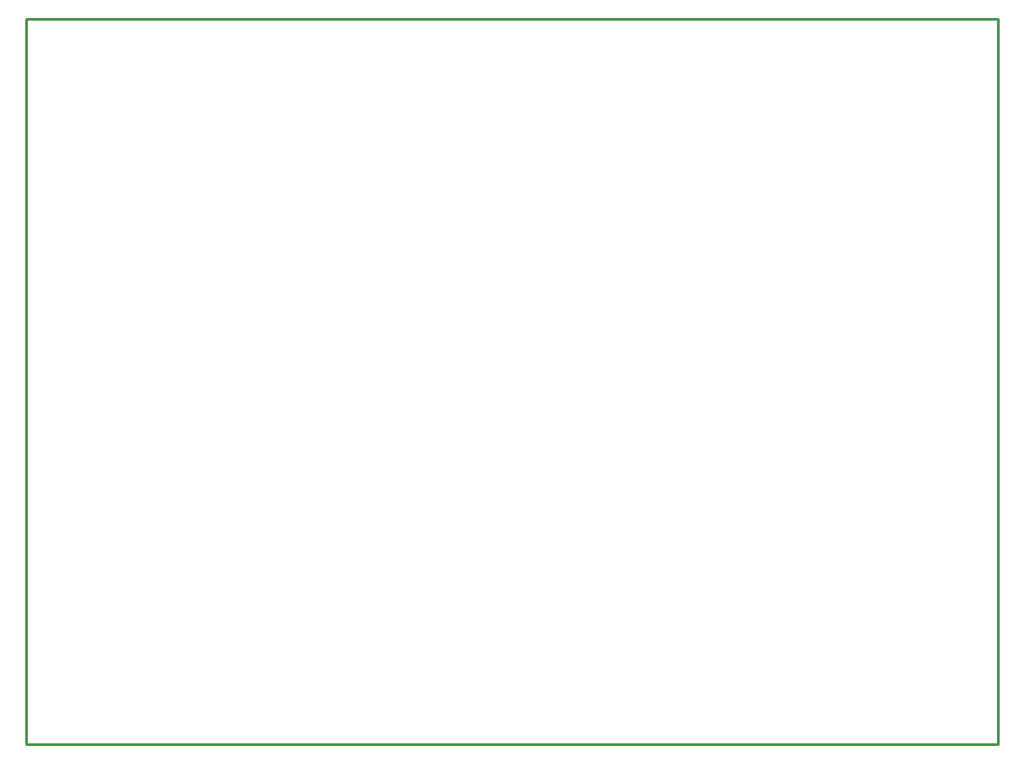
<source format=gbr>
G04 EAGLE Gerber RS-274X export*
G75*
%MOMM*%
%FSLAX34Y34*%
%LPD*%
%IN*%
%IPPOS*%
%AMOC8*
5,1,8,0,0,1.08239X$1,22.5*%
G01*
%ADD10C,0.254000*%


D10*
X0Y0D02*
X914200Y0D01*
X914200Y682500D01*
X0Y682500D01*
X0Y0D01*
M02*

</source>
